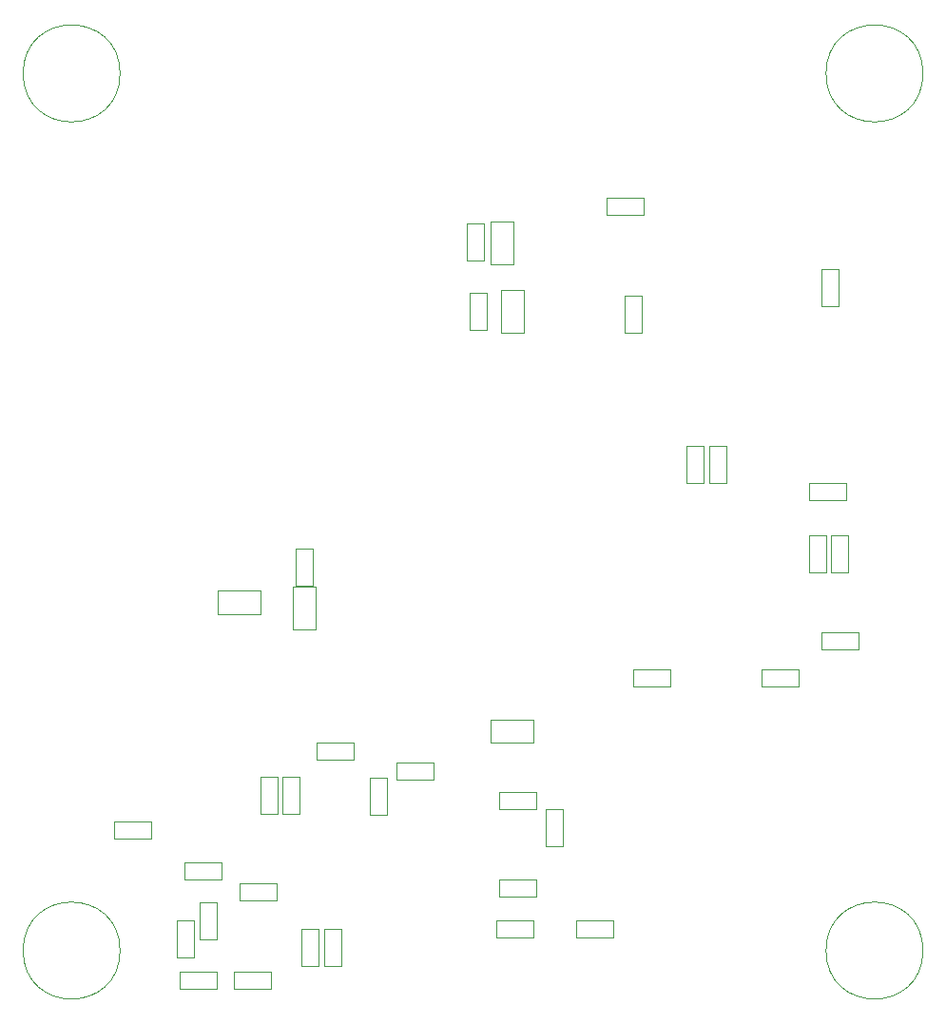
<source format=gbr>
%TF.GenerationSoftware,Altium Limited,Altium Designer,20.0.11 (256)*%
G04 Layer_Color=32896*
%FSLAX26Y26*%
%MOIN*%
%TF.FileFunction,Other,Mechanical_4*%
%TF.Part,Single*%
G01*
G75*
%TA.AperFunction,NonConductor*%
%ADD159C,0.004000*%
D159*
X365000Y205000D02*
G03*
X365000Y205000I-170000J0D01*
G01*
Y3280000D02*
G03*
X365000Y3280000I-170000J0D01*
G01*
X3180000D02*
G03*
X3180000Y3280000I-170000J0D01*
G01*
Y205000D02*
G03*
X3180000Y205000I-170000J0D01*
G01*
X1813465Y935000D02*
Y1015000D01*
X1663465D02*
X1813465D01*
X1663465Y935000D02*
X1813465D01*
X1663465D02*
Y1015000D01*
X1780000Y2370000D02*
Y2520000D01*
X1700000D02*
X1780000D01*
X1700000Y2370000D02*
X1780000D01*
X1700000D02*
Y2520000D01*
X856402Y1384748D02*
Y1466748D01*
X708402D02*
X856402D01*
X708402Y1384748D02*
X856402D01*
X708402D02*
Y1466748D01*
X1140000Y150000D02*
Y280000D01*
X1080000D02*
X1140000D01*
X1080000Y150000D02*
X1140000D01*
X1080000D02*
Y280000D01*
X475000Y596500D02*
Y656500D01*
X345000D02*
X475000D01*
X345000Y596500D02*
X475000D01*
X345000D02*
Y656500D01*
X2910000Y1785000D02*
Y1845000D01*
X2780000D02*
X2910000D01*
X2780000Y1785000D02*
X2910000D01*
X2780000D02*
Y1845000D01*
X1040000Y1484016D02*
Y1614016D01*
X980000D02*
X1040000D01*
X980000Y1484016D02*
X1040000D01*
X980000D02*
Y1614016D01*
X1640000Y2625000D02*
Y2755000D01*
X1580000D02*
X1640000D01*
X1580000Y2625000D02*
X1640000D01*
X1580000D02*
Y2755000D01*
X1823465Y700000D02*
Y760000D01*
X1693465D02*
X1823465D01*
X1693465Y700000D02*
X1823465D01*
X1693465D02*
Y760000D01*
X1823465Y395000D02*
Y455000D01*
X1693465D02*
X1823465D01*
X1693465Y395000D02*
X1823465D01*
X1693465D02*
Y455000D01*
X918465Y685000D02*
Y815000D01*
X858465D02*
X918465D01*
X858465Y685000D02*
X918465D01*
X858465D02*
Y815000D01*
X1463465Y805000D02*
Y865000D01*
X1333465D02*
X1463465D01*
X1333465Y805000D02*
X1463465D01*
X1333465D02*
Y865000D01*
X1183465Y875000D02*
Y935000D01*
X1053465D02*
X1183465D01*
X1053465Y875000D02*
X1183465D01*
X1053465D02*
Y935000D01*
X970000Y1482106D02*
X1050000D01*
X970000Y1332106D02*
Y1482106D01*
X1050000Y1332106D02*
Y1482106D01*
X970000Y1332106D02*
X1050000D01*
X1918465Y570000D02*
Y700000D01*
X1858465D02*
X1918465D01*
X1858465Y570000D02*
X1918465D01*
X1858465D02*
Y700000D01*
X993465Y685000D02*
Y815000D01*
X933465D02*
X993465D01*
X933465Y685000D02*
X993465D01*
X933465D02*
Y815000D01*
X2410000Y1845000D02*
Y1975000D01*
X2350000D02*
X2410000D01*
X2350000Y1845000D02*
X2410000D01*
X2350000D02*
Y1975000D01*
X2490000Y1845000D02*
Y1975000D01*
X2430000D02*
X2490000D01*
X2430000Y1845000D02*
X2490000D01*
X2430000D02*
Y1975000D01*
X1745000Y2610000D02*
Y2760000D01*
X1665000D02*
X1745000D01*
X1665000Y2610000D02*
X1745000D01*
X1665000D02*
Y2760000D01*
X2915858Y1531850D02*
Y1661850D01*
X2855858D02*
X2915858D01*
X2855858Y1531850D02*
X2915858D01*
X2855858D02*
Y1661850D01*
X2840500Y1531850D02*
Y1661850D01*
X2780500D02*
X2840500D01*
X2780500Y1531850D02*
X2840500D01*
X2780500D02*
Y1661850D01*
X2955000Y1260000D02*
Y1320000D01*
X2825000D02*
X2955000D01*
X2825000Y1260000D02*
X2955000D01*
X2825000D02*
Y1320000D01*
X1650000Y2380000D02*
Y2510000D01*
X1590000D02*
X1650000D01*
X1590000Y2380000D02*
X1650000D01*
X1590000D02*
Y2510000D01*
X2095000Y251299D02*
Y311299D01*
X1965000D02*
X2095000D01*
X1965000Y251299D02*
X2095000D01*
X1965000D02*
Y311299D01*
X2745000Y1130000D02*
Y1190000D01*
X2615000D02*
X2745000D01*
X2615000Y1130000D02*
X2745000D01*
X2615000D02*
Y1190000D01*
X2195000Y2370000D02*
Y2500000D01*
X2135000D02*
X2195000D01*
X2135000Y2370000D02*
X2195000D01*
X2135000D02*
Y2500000D01*
X1300276Y682008D02*
Y812008D01*
X1240276D02*
X1300276D01*
X1240276Y682008D02*
X1300276D01*
X1240276D02*
Y812008D01*
X2295000Y1130000D02*
Y1190000D01*
X2165000D02*
X2295000D01*
X2165000Y1130000D02*
X2295000D01*
X2165000D02*
Y1190000D01*
X1813465Y251299D02*
Y311299D01*
X1683465D02*
X1813465D01*
X1683465Y251299D02*
X1813465D01*
X1683465D02*
Y311299D01*
X720000Y455000D02*
Y515000D01*
X590000D02*
X720000D01*
X590000Y455000D02*
X720000D01*
X590000D02*
Y515000D01*
X915000Y380000D02*
Y440000D01*
X785000D02*
X915000D01*
X785000Y380000D02*
X915000D01*
X785000D02*
Y440000D01*
X2885000Y2465000D02*
Y2595000D01*
X2825000D02*
X2885000D01*
X2825000Y2465000D02*
X2885000D01*
X2825000D02*
Y2595000D01*
X2199782Y2785000D02*
Y2845000D01*
X2069782D02*
X2199782D01*
X2069782Y2785000D02*
X2199782D01*
X2069782D02*
Y2845000D01*
X705000Y245000D02*
Y375000D01*
X645000D02*
X705000D01*
X645000Y245000D02*
X705000D01*
X645000D02*
Y375000D01*
X625000Y180000D02*
Y310000D01*
X565000D02*
X625000D01*
X565000Y180000D02*
X625000D01*
X565000D02*
Y310000D01*
X703465Y70000D02*
Y130000D01*
X573465D02*
X703465D01*
X573465Y70000D02*
X703465D01*
X573465D02*
Y130000D01*
X895315Y70000D02*
Y130000D01*
X765315D02*
X895315D01*
X765315Y70000D02*
X895315D01*
X765315D02*
Y130000D01*
X1060000Y150000D02*
Y280000D01*
X1000000D02*
X1060000D01*
X1000000Y150000D02*
X1060000D01*
X1000000D02*
Y280000D01*
%TF.MD5,ecebd0b0cb160be772a72222cd6858f2*%
M02*

</source>
